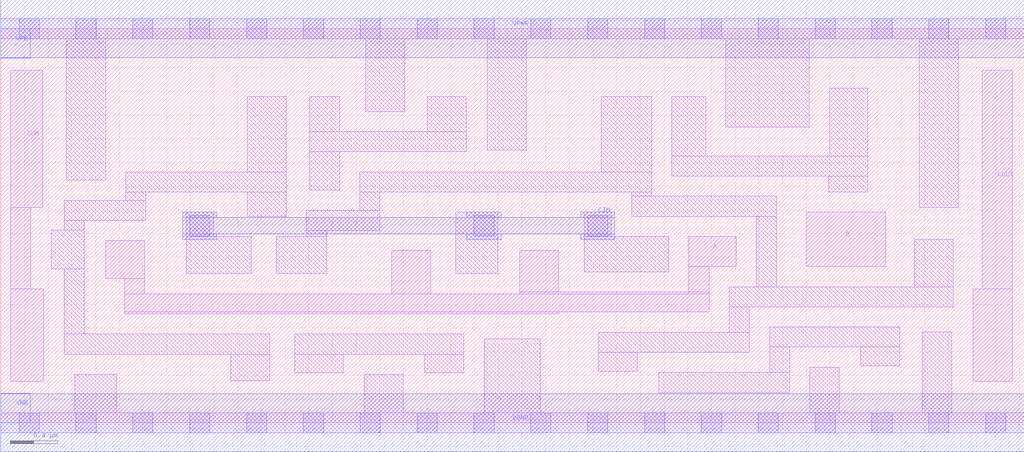
<source format=lef>
# Copyright 2020 The SkyWater PDK Authors
#
# Licensed under the Apache License, Version 2.0 (the "License");
# you may not use this file except in compliance with the License.
# You may obtain a copy of the License at
#
#     https://www.apache.org/licenses/LICENSE-2.0
#
# Unless required by applicable law or agreed to in writing, software
# distributed under the License is distributed on an "AS IS" BASIS,
# WITHOUT WARRANTIES OR CONDITIONS OF ANY KIND, either express or implied.
# See the License for the specific language governing permissions and
# limitations under the License.
#
# SPDX-License-Identifier: Apache-2.0

VERSION 5.5 ;
NAMESCASESENSITIVE ON ;
BUSBITCHARS "[]" ;
DIVIDERCHAR "/" ;
MACRO sky130_fd_sc_ms__fa_1
  CLASS CORE ;
  SOURCE USER ;
  ORIGIN  0.000000  0.000000 ;
  SIZE  8.640000 BY  3.330000 ;
  SYMMETRY X Y ;
  SITE unit ;
  PIN A
    ANTENNAGATEAREA  0.984000 ;
    DIRECTION INPUT ;
    USE SIGNAL ;
    PORT
      LAYER li1 ;
        RECT 0.885000 1.220000 1.215000 1.540000 ;
        RECT 1.045000 0.920000 4.710000 0.935000 ;
        RECT 1.045000 0.935000 5.980000 1.090000 ;
        RECT 1.045000 1.090000 1.215000 1.220000 ;
        RECT 3.300000 1.090000 3.630000 1.455000 ;
        RECT 4.380000 1.090000 5.980000 1.105000 ;
        RECT 4.380000 1.105000 4.710000 1.455000 ;
        RECT 5.810000 1.105000 5.980000 1.320000 ;
        RECT 5.810000 1.320000 6.210000 1.575000 ;
    END
  END A
  PIN B
    ANTENNAGATEAREA  0.984000 ;
    DIRECTION INPUT ;
    USE SIGNAL ;
    PORT
      LAYER li1 ;
        RECT 6.800000 1.320000 7.470000 1.780000 ;
    END
  END B
  PIN CIN
    ANTENNAPARTIALMETALSIDEAREA  2.604000 ;
    DIRECTION INPUT ;
    USE SIGNAL ;
    PORT
      LAYER met1 ;
        RECT 1.535000 1.550000 1.825000 1.595000 ;
        RECT 1.535000 1.595000 5.185000 1.735000 ;
        RECT 1.535000 1.735000 1.825000 1.780000 ;
        RECT 3.935000 1.550000 4.225000 1.595000 ;
        RECT 3.935000 1.735000 4.225000 1.780000 ;
        RECT 4.895000 1.550000 5.185000 1.595000 ;
        RECT 4.895000 1.735000 5.185000 1.780000 ;
    END
  END CIN
  PIN COUT
    ANTENNADIFFAREA  0.519000 ;
    DIRECTION OUTPUT ;
    USE SIGNAL ;
    PORT
      LAYER li1 ;
        RECT 8.210000 0.350000 8.540000 1.130000 ;
        RECT 8.285000 1.130000 8.540000 2.980000 ;
    END
  END COUT
  PIN SUM
    ANTENNADIFFAREA  0.530100 ;
    DIRECTION OUTPUT ;
    USE SIGNAL ;
    PORT
      LAYER li1 ;
        RECT 0.085000 0.350000 0.365000 1.130000 ;
        RECT 0.085000 1.130000 0.255000 1.820000 ;
        RECT 0.085000 1.820000 0.355000 2.980000 ;
    END
  END SUM
  PIN VGND
    DIRECTION INOUT ;
    USE GROUND ;
    PORT
      LAYER met1 ;
        RECT 0.000000 -0.245000 8.640000 0.245000 ;
    END
  END VGND
  PIN VNB
    DIRECTION INOUT ;
    USE GROUND ;
    PORT
    END
  END VNB
  PIN VPB
    DIRECTION INOUT ;
    USE POWER ;
    PORT
    END
  END VPB
  PIN VNB
    DIRECTION INOUT ;
    USE GROUND ;
    PORT
      LAYER met1 ;
        RECT 0.000000 0.000000 0.250000 0.250000 ;
    END
  END VNB
  PIN VPB
    DIRECTION INOUT ;
    USE POWER ;
    PORT
      LAYER met1 ;
        RECT 0.000000 3.080000 0.250000 3.330000 ;
    END
  END VPB
  PIN VPWR
    DIRECTION INOUT ;
    USE POWER ;
    PORT
      LAYER met1 ;
        RECT 0.000000 3.085000 8.640000 3.575000 ;
    END
  END VPWR
  OBS
    LAYER li1 ;
      RECT 0.000000 -0.085000 8.640000 0.085000 ;
      RECT 0.000000  3.245000 8.640000 3.415000 ;
      RECT 0.425000  1.300000 0.705000 1.630000 ;
      RECT 0.535000  0.580000 2.270000 0.750000 ;
      RECT 0.535000  0.750000 0.705000 1.300000 ;
      RECT 0.535000  1.630000 0.705000 1.710000 ;
      RECT 0.535000  1.710000 1.225000 1.880000 ;
      RECT 0.555000  2.050000 0.885000 3.245000 ;
      RECT 0.625000  0.085000 0.980000 0.410000 ;
      RECT 1.055000  1.880000 1.225000 1.950000 ;
      RECT 1.055000  1.950000 2.410000 2.120000 ;
      RECT 1.565000  1.260000 2.115000 1.575000 ;
      RECT 1.565000  1.575000 1.795000 1.780000 ;
      RECT 1.940000  0.355000 2.270000 0.580000 ;
      RECT 2.080000  1.745000 2.410000 1.950000 ;
      RECT 2.080000  2.120000 2.410000 2.755000 ;
      RECT 2.325000  1.260000 2.750000 1.575000 ;
      RECT 2.480000  0.420000 2.890000 0.580000 ;
      RECT 2.480000  0.580000 3.910000 0.750000 ;
      RECT 2.580000  1.575000 2.750000 1.625000 ;
      RECT 2.580000  1.625000 3.200000 1.795000 ;
      RECT 2.610000  1.965000 2.860000 2.290000 ;
      RECT 2.610000  2.290000 3.930000 2.460000 ;
      RECT 2.610000  2.460000 2.860000 2.755000 ;
      RECT 3.030000  1.795000 3.200000 1.950000 ;
      RECT 3.030000  1.950000 5.495000 2.120000 ;
      RECT 3.070000  0.085000 3.400000 0.410000 ;
      RECT 3.080000  2.630000 3.410000 3.245000 ;
      RECT 3.580000  0.420000 3.910000 0.580000 ;
      RECT 3.600000  2.460000 3.930000 2.755000 ;
      RECT 3.840000  1.260000 4.195000 1.780000 ;
      RECT 4.080000  0.085000 4.555000 0.710000 ;
      RECT 4.105000  2.305000 4.435000 3.245000 ;
      RECT 4.925000  1.275000 5.640000 1.575000 ;
      RECT 4.925000  1.575000 5.155000 1.780000 ;
      RECT 5.045000  0.435000 5.375000 0.595000 ;
      RECT 5.045000  0.595000 6.320000 0.765000 ;
      RECT 5.070000  2.120000 5.495000 2.755000 ;
      RECT 5.325000  1.745000 6.550000 1.915000 ;
      RECT 5.325000  1.915000 5.495000 1.950000 ;
      RECT 5.555000  0.255000 6.660000 0.425000 ;
      RECT 5.665000  2.085000 7.320000 2.255000 ;
      RECT 5.665000  2.255000 5.950000 2.755000 ;
      RECT 6.120000  2.500000 6.825000 3.245000 ;
      RECT 6.150000  0.765000 6.320000 0.980000 ;
      RECT 6.150000  0.980000 8.040000 1.150000 ;
      RECT 6.380000  1.150000 6.550000 1.745000 ;
      RECT 6.490000  0.425000 6.660000 0.640000 ;
      RECT 6.490000  0.640000 7.590000 0.810000 ;
      RECT 6.830000  0.085000 7.080000 0.470000 ;
      RECT 6.990000  1.950000 7.320000 2.085000 ;
      RECT 7.000000  2.255000 7.320000 2.830000 ;
      RECT 7.260000  0.480000 7.590000 0.640000 ;
      RECT 7.710000  1.150000 8.040000 1.550000 ;
      RECT 7.755000  1.820000 8.085000 3.245000 ;
      RECT 7.780000  0.085000 8.030000 0.770000 ;
    LAYER mcon ;
      RECT 0.155000 -0.085000 0.325000 0.085000 ;
      RECT 0.155000  3.245000 0.325000 3.415000 ;
      RECT 0.635000 -0.085000 0.805000 0.085000 ;
      RECT 0.635000  3.245000 0.805000 3.415000 ;
      RECT 1.115000 -0.085000 1.285000 0.085000 ;
      RECT 1.115000  3.245000 1.285000 3.415000 ;
      RECT 1.595000 -0.085000 1.765000 0.085000 ;
      RECT 1.595000  1.580000 1.765000 1.750000 ;
      RECT 1.595000  3.245000 1.765000 3.415000 ;
      RECT 2.075000 -0.085000 2.245000 0.085000 ;
      RECT 2.075000  3.245000 2.245000 3.415000 ;
      RECT 2.555000 -0.085000 2.725000 0.085000 ;
      RECT 2.555000  3.245000 2.725000 3.415000 ;
      RECT 3.035000 -0.085000 3.205000 0.085000 ;
      RECT 3.035000  3.245000 3.205000 3.415000 ;
      RECT 3.515000 -0.085000 3.685000 0.085000 ;
      RECT 3.515000  3.245000 3.685000 3.415000 ;
      RECT 3.995000 -0.085000 4.165000 0.085000 ;
      RECT 3.995000  1.580000 4.165000 1.750000 ;
      RECT 3.995000  3.245000 4.165000 3.415000 ;
      RECT 4.475000 -0.085000 4.645000 0.085000 ;
      RECT 4.475000  3.245000 4.645000 3.415000 ;
      RECT 4.955000 -0.085000 5.125000 0.085000 ;
      RECT 4.955000  1.580000 5.125000 1.750000 ;
      RECT 4.955000  3.245000 5.125000 3.415000 ;
      RECT 5.435000 -0.085000 5.605000 0.085000 ;
      RECT 5.435000  3.245000 5.605000 3.415000 ;
      RECT 5.915000 -0.085000 6.085000 0.085000 ;
      RECT 5.915000  3.245000 6.085000 3.415000 ;
      RECT 6.395000 -0.085000 6.565000 0.085000 ;
      RECT 6.395000  3.245000 6.565000 3.415000 ;
      RECT 6.875000 -0.085000 7.045000 0.085000 ;
      RECT 6.875000  3.245000 7.045000 3.415000 ;
      RECT 7.355000 -0.085000 7.525000 0.085000 ;
      RECT 7.355000  3.245000 7.525000 3.415000 ;
      RECT 7.835000 -0.085000 8.005000 0.085000 ;
      RECT 7.835000  3.245000 8.005000 3.415000 ;
      RECT 8.315000 -0.085000 8.485000 0.085000 ;
      RECT 8.315000  3.245000 8.485000 3.415000 ;
  END
END sky130_fd_sc_ms__fa_1
END LIBRARY

</source>
